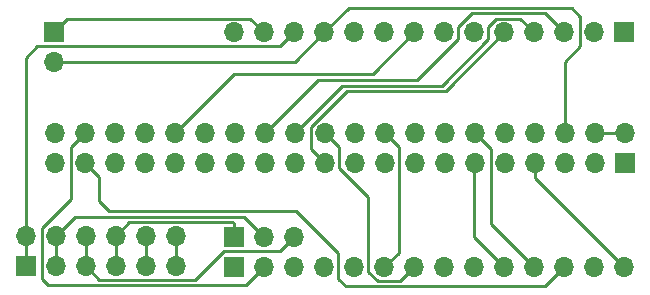
<source format=gbr>
%TF.GenerationSoftware,KiCad,Pcbnew,5.1.8-1.fc33*%
%TF.CreationDate,2020-11-22T16:24:39-05:00*%
%TF.ProjectId,c1kshim,63316b73-6869-46d2-9e6b-696361645f70,rev?*%
%TF.SameCoordinates,Original*%
%TF.FileFunction,Copper,L1,Top*%
%TF.FilePolarity,Positive*%
%FSLAX46Y46*%
G04 Gerber Fmt 4.6, Leading zero omitted, Abs format (unit mm)*
G04 Created by KiCad (PCBNEW 5.1.8-1.fc33) date 2020-11-22 16:24:39*
%MOMM*%
%LPD*%
G01*
G04 APERTURE LIST*
%TA.AperFunction,ComponentPad*%
%ADD10R,1.700000X1.700000*%
%TD*%
%TA.AperFunction,ComponentPad*%
%ADD11O,1.700000X1.700000*%
%TD*%
%TA.AperFunction,Conductor*%
%ADD12C,0.250000*%
%TD*%
G04 APERTURE END LIST*
D10*
%TO.P,J1,1*%
%TO.N,/GPIO0*%
X107400000Y-147360000D03*
D11*
%TO.P,J1,2*%
%TO.N,/XLED0*%
X109940000Y-147360000D03*
%TO.P,J1,3*%
%TO.N,/XLED1*%
X112480000Y-147360000D03*
%TO.P,J1,4*%
%TO.N,/XLED2*%
X115020000Y-147360000D03*
%TO.P,J1,5*%
%TO.N,/XLED3*%
X117560000Y-147360000D03*
%TO.P,J1,6*%
%TO.N,/XLED4*%
X120100000Y-147360000D03*
%TO.P,J1,7*%
%TO.N,/XLED5*%
X122640000Y-147360000D03*
%TO.P,J1,8*%
%TO.N,/GPIO8*%
X125180000Y-147360000D03*
%TO.P,J1,9*%
%TO.N,/ROW0*%
X127720000Y-147360000D03*
%TO.P,J1,10*%
%TO.N,/ROW1*%
X130260000Y-147360000D03*
%TO.P,J1,11*%
%TO.N,/ROW2*%
X132800000Y-147360000D03*
%TO.P,J1,12*%
%TO.N,/COL0*%
X135340000Y-147360000D03*
%TO.P,J1,13*%
%TO.N,/COL1*%
X137880000Y-147360000D03*
%TO.P,J1,14*%
%TO.N,/COL2*%
X140420000Y-147360000D03*
%TD*%
%TO.P,J2,14*%
%TO.N,/VCC5*%
X107400000Y-127480000D03*
%TO.P,J2,13*%
%TO.N,/VIN*%
X109940000Y-127480000D03*
%TO.P,J2,12*%
%TO.N,/VCC33*%
X112480000Y-127480000D03*
%TO.P,J2,11*%
%TO.N,/GND*%
X115020000Y-127480000D03*
%TO.P,J2,10*%
%TO.N,N/C*%
X117560000Y-127480000D03*
%TO.P,J2,9*%
%TO.N,/COL11*%
X120100000Y-127480000D03*
%TO.P,J2,8*%
%TO.N,/COL10*%
X122640000Y-127480000D03*
%TO.P,J2,7*%
%TO.N,/COL9*%
X125180000Y-127480000D03*
%TO.P,J2,6*%
%TO.N,/COL8*%
X127720000Y-127480000D03*
%TO.P,J2,5*%
%TO.N,/COL7*%
X130260000Y-127480000D03*
%TO.P,J2,4*%
%TO.N,/COL6*%
X132800000Y-127480000D03*
%TO.P,J2,3*%
%TO.N,/COL5*%
X135340000Y-127480000D03*
%TO.P,J2,2*%
%TO.N,/COL4*%
X137880000Y-127480000D03*
D10*
%TO.P,J2,1*%
%TO.N,/COL3*%
X140420000Y-127480000D03*
%TD*%
%TO.P,J3,1*%
%TO.N,/GPIO23*%
X107400000Y-144790000D03*
D11*
%TO.P,J3,2*%
%TO.N,/GND*%
X109940000Y-144790000D03*
%TO.P,J3,3*%
%TO.N,/GPIO24*%
X112480000Y-144790000D03*
%TD*%
D10*
%TO.P,J4,1*%
%TO.N,/VIN*%
X92100000Y-127430000D03*
D11*
%TO.P,J4,2*%
%TO.N,/GND*%
X92100000Y-129970000D03*
%TD*%
D10*
%TO.P,J11,1*%
%TO.N,N/C*%
X140445000Y-138560000D03*
D11*
%TO.P,J11,2*%
%TO.N,/VCC5*%
X140445000Y-136020000D03*
%TO.P,J11,3*%
%TO.N,N/C*%
X137905000Y-138560000D03*
%TO.P,J11,4*%
%TO.N,/VCC5*%
X137905000Y-136020000D03*
%TO.P,J11,5*%
%TO.N,N/C*%
X135365000Y-138560000D03*
%TO.P,J11,6*%
%TO.N,/GND*%
X135365000Y-136020000D03*
%TO.P,J11,7*%
%TO.N,/COL2*%
X132825000Y-138560000D03*
%TO.P,J11,8*%
%TO.N,N/C*%
X132825000Y-136020000D03*
%TO.P,J11,9*%
X130285000Y-138560000D03*
%TO.P,J11,10*%
X130285000Y-136020000D03*
%TO.P,J11,11*%
%TO.N,/ROW1*%
X127745000Y-138560000D03*
%TO.P,J11,12*%
%TO.N,/ROW2*%
X127745000Y-136020000D03*
%TO.P,J11,13*%
%TO.N,/COL1*%
X125205000Y-138560000D03*
%TO.P,J11,14*%
%TO.N,N/C*%
X125205000Y-136020000D03*
%TO.P,J11,15*%
%TO.N,/XLED2*%
X122665000Y-138560000D03*
%TO.P,J11,16*%
%TO.N,/XLED3*%
X122665000Y-136020000D03*
%TO.P,J11,17*%
%TO.N,N/C*%
X120125000Y-138560000D03*
%TO.P,J11,18*%
%TO.N,/XLED4*%
X120125000Y-136020000D03*
%TO.P,J11,19*%
%TO.N,/COL8*%
X117585000Y-138560000D03*
%TO.P,J11,20*%
%TO.N,N/C*%
X117585000Y-136020000D03*
%TO.P,J11,21*%
%TO.N,/COL7*%
X115045000Y-138560000D03*
%TO.P,J11,22*%
%TO.N,/XLED5*%
X115045000Y-136020000D03*
%TO.P,J11,23*%
%TO.N,/COL9*%
X112505000Y-138560000D03*
%TO.P,J11,24*%
%TO.N,/COL6*%
X112505000Y-136020000D03*
%TO.P,J11,25*%
%TO.N,N/C*%
X109965000Y-138560000D03*
%TO.P,J11,26*%
%TO.N,/COL5*%
X109965000Y-136020000D03*
%TO.P,J11,27*%
%TO.N,N/C*%
X107425000Y-138560000D03*
%TO.P,J11,28*%
X107425000Y-136020000D03*
%TO.P,J11,29*%
%TO.N,/COL3*%
X104885000Y-138560000D03*
%TO.P,J11,30*%
%TO.N,N/C*%
X104885000Y-136020000D03*
%TO.P,J11,31*%
%TO.N,/COL4*%
X102345000Y-138560000D03*
%TO.P,J11,32*%
%TO.N,/COL10*%
X102345000Y-136020000D03*
%TO.P,J11,33*%
%TO.N,/COL11*%
X99805000Y-138560000D03*
%TO.P,J11,34*%
%TO.N,N/C*%
X99805000Y-136020000D03*
%TO.P,J11,35*%
X97265000Y-138560000D03*
%TO.P,J11,36*%
%TO.N,/ROW0*%
X97265000Y-136020000D03*
%TO.P,J11,37*%
%TO.N,/COL0*%
X94725000Y-138560000D03*
%TO.P,J11,38*%
%TO.N,/XLED0*%
X94725000Y-136020000D03*
%TO.P,J11,39*%
%TO.N,N/C*%
X92185000Y-138560000D03*
%TO.P,J11,40*%
%TO.N,/XLED1*%
X92185000Y-136020000D03*
%TD*%
D10*
%TO.P,J12,1*%
%TO.N,/VCC33*%
X89720000Y-147250000D03*
D11*
%TO.P,J12,2*%
X89720000Y-144710000D03*
%TO.P,J12,3*%
%TO.N,/GND*%
X92260000Y-147250000D03*
%TO.P,J12,4*%
X92260000Y-144710000D03*
%TO.P,J12,5*%
%TO.N,/GPIO24*%
X94800000Y-147250000D03*
%TO.P,J12,6*%
X94800000Y-144710000D03*
%TO.P,J12,7*%
%TO.N,/GPIO23*%
X97340000Y-147250000D03*
%TO.P,J12,8*%
X97340000Y-144710000D03*
%TO.P,J12,9*%
%TO.N,/GPIO8*%
X99880000Y-147250000D03*
%TO.P,J12,10*%
X99880000Y-144710000D03*
%TO.P,J12,11*%
%TO.N,/GPIO0*%
X102420000Y-147250000D03*
%TO.P,J12,12*%
X102420000Y-144710000D03*
%TD*%
D12*
%TO.N,/GPIO0*%
X102420000Y-144710000D02*
X102420000Y-147250000D01*
%TO.N,/XLED0*%
X93549999Y-137195001D02*
X93549999Y-141565001D01*
X94725000Y-136020000D02*
X93549999Y-137195001D01*
X91084999Y-144030001D02*
X91084999Y-148359999D01*
X93549999Y-141565001D02*
X91084999Y-144030001D01*
X108424988Y-148875012D02*
X109940000Y-147360000D01*
X91600012Y-148875012D02*
X108424988Y-148875012D01*
X91084999Y-148359999D02*
X91600012Y-148875012D01*
%TO.N,/XLED4*%
X121300001Y-137195001D02*
X120125000Y-136020000D01*
X121300001Y-146159999D02*
X121300001Y-137195001D01*
X120100000Y-147360000D02*
X121300001Y-146159999D01*
%TO.N,/XLED5*%
X116220001Y-137195001D02*
X115045000Y-136020000D01*
X116220001Y-138934003D02*
X116220001Y-137195001D01*
X118735001Y-141449003D02*
X116220001Y-138934003D01*
X118735001Y-147734003D02*
X118735001Y-141449003D01*
X119535999Y-148535001D02*
X118735001Y-147734003D01*
X121464999Y-148535001D02*
X119535999Y-148535001D01*
X122640000Y-147360000D02*
X121464999Y-148535001D01*
%TO.N,/GPIO8*%
X99880000Y-144710000D02*
X99880000Y-147250000D01*
%TO.N,/ROW1*%
X130260000Y-147360000D02*
X127700000Y-144800000D01*
X127700000Y-138605000D02*
X127745000Y-138560000D01*
X127700000Y-144800000D02*
X127700000Y-138605000D01*
%TO.N,/ROW2*%
X129109999Y-137384999D02*
X127745000Y-136020000D01*
X129109999Y-143669999D02*
X129109999Y-137384999D01*
X132800000Y-147360000D02*
X129109999Y-143669999D01*
%TO.N,/COL0*%
X95900001Y-139735001D02*
X95900001Y-141750001D01*
X94725000Y-138560000D02*
X95900001Y-139735001D01*
X96784977Y-142634977D02*
X112659977Y-142634977D01*
X95900001Y-141750001D02*
X96784977Y-142634977D01*
X116195001Y-146170001D02*
X116195001Y-148325001D01*
X112659977Y-142634977D02*
X116195001Y-146170001D01*
X133714988Y-148985012D02*
X135340000Y-147360000D01*
X116855012Y-148985012D02*
X133714988Y-148985012D01*
X116195001Y-148325001D02*
X116855012Y-148985012D01*
%TO.N,/COL2*%
X132825000Y-139765000D02*
X140420000Y-147360000D01*
X132825000Y-138560000D02*
X132825000Y-139765000D01*
%TO.N,/VCC5*%
X137905000Y-136020000D02*
X140445000Y-136020000D01*
%TO.N,/VIN*%
X93225001Y-126304999D02*
X92100000Y-127430000D01*
X108764999Y-126304999D02*
X93225001Y-126304999D01*
X109940000Y-127480000D02*
X108764999Y-126304999D01*
%TO.N,/VCC33*%
X89720000Y-144710000D02*
X89720000Y-147250000D01*
X111304999Y-128655001D02*
X90714999Y-128655001D01*
X112480000Y-127480000D02*
X111304999Y-128655001D01*
X89720000Y-129650000D02*
X89720000Y-144710000D01*
X90714999Y-128655001D02*
X89720000Y-129650000D01*
%TO.N,/GND*%
X92260000Y-147250000D02*
X92260000Y-144710000D01*
X93885012Y-143084988D02*
X92260000Y-144710000D01*
X108234988Y-143084988D02*
X93885012Y-143084988D01*
X109940000Y-144790000D02*
X108234988Y-143084988D01*
X135365000Y-136020000D02*
X135365000Y-129940000D01*
X136704999Y-128600001D02*
X136704999Y-126160001D01*
X135365000Y-129940000D02*
X136704999Y-128600001D01*
X117095023Y-125404977D02*
X115020000Y-127480000D01*
X135949975Y-125404977D02*
X117095023Y-125404977D01*
X136704999Y-126160001D02*
X135949975Y-125404977D01*
X112530000Y-129970000D02*
X92100000Y-129970000D01*
X115020000Y-127480000D02*
X112530000Y-129970000D01*
%TO.N,/COL10*%
X122640000Y-127480000D02*
X119150000Y-130970000D01*
X107395000Y-130970000D02*
X102345000Y-136020000D01*
X119150000Y-130970000D02*
X107395000Y-130970000D01*
%TO.N,/COL7*%
X125314978Y-132425022D02*
X130260000Y-127480000D01*
X116900976Y-132425022D02*
X125314978Y-132425022D01*
X113869999Y-137384999D02*
X113869999Y-135455999D01*
X115045000Y-138560000D02*
X113869999Y-137384999D01*
X113869999Y-135455999D02*
X116900976Y-132425022D01*
%TO.N,/COL6*%
X124963991Y-131975011D02*
X116549989Y-131975011D01*
X128895001Y-128044001D02*
X124963991Y-131975011D01*
X116549989Y-131975011D02*
X112505000Y-136020000D01*
X128895001Y-126979999D02*
X128895001Y-128044001D01*
X131624999Y-126304999D02*
X129570001Y-126304999D01*
X132800000Y-127480000D02*
X131624999Y-126304999D01*
X129570001Y-126304999D02*
X128895001Y-126979999D01*
%TO.N,/COL5*%
X133714988Y-125854988D02*
X127550012Y-125854988D01*
X135340000Y-127480000D02*
X133714988Y-125854988D01*
X126355001Y-127049999D02*
X126355001Y-128044001D01*
X126355001Y-128044001D02*
X122874002Y-131525000D01*
X127550012Y-125854988D02*
X126355001Y-127049999D01*
X114460000Y-131525000D02*
X109965000Y-136020000D01*
X122874002Y-131525000D02*
X114460000Y-131525000D01*
%TO.N,/GPIO23*%
X97340000Y-144710000D02*
X97340000Y-147250000D01*
X98515001Y-143534999D02*
X97340000Y-144710000D01*
X107244999Y-143534999D02*
X98515001Y-143534999D01*
X107400000Y-143690000D02*
X107244999Y-143534999D01*
X107400000Y-144790000D02*
X107400000Y-143690000D01*
%TO.N,/GPIO24*%
X94800000Y-144710000D02*
X94800000Y-147250000D01*
X111304999Y-145965001D02*
X112480000Y-144790000D01*
X106509997Y-145965001D02*
X111304999Y-145965001D01*
X104049997Y-148425001D02*
X106509997Y-145965001D01*
X95975001Y-148425001D02*
X104049997Y-148425001D01*
X94800000Y-147250000D02*
X95975001Y-148425001D01*
%TD*%
M02*

</source>
